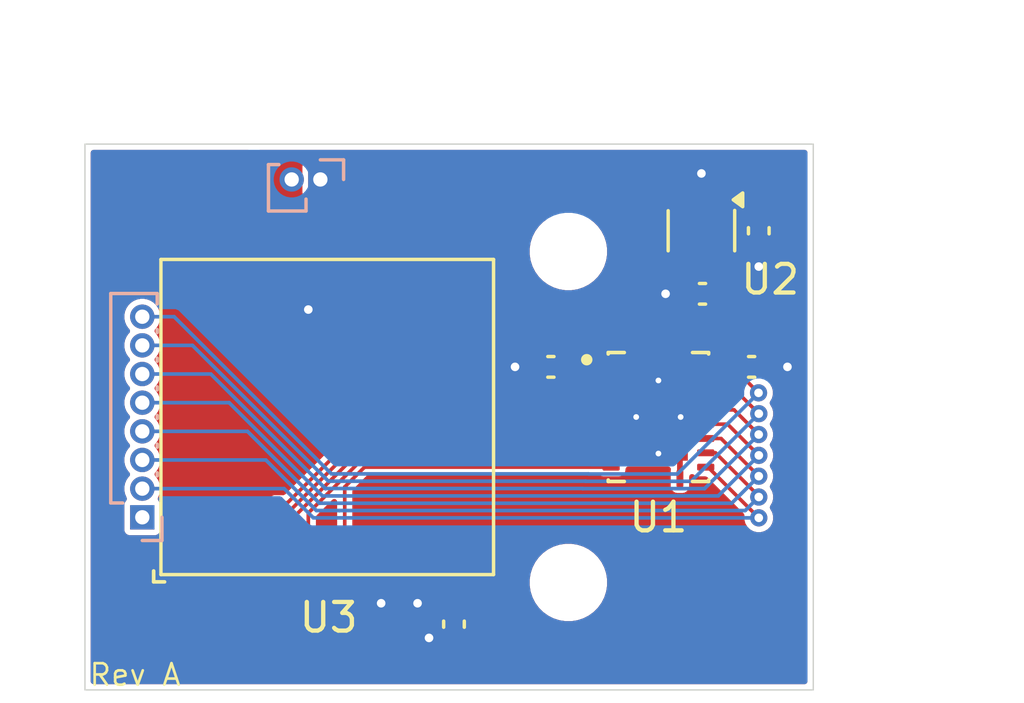
<source format=kicad_pcb>
(kicad_pcb (version 20241229) (generator "pcbnew") (generator_version "9.0")
  (layers (0 "F.Cu" signal) (2 "B.Cu" signal) (13 "F.Paste" user) (15 "B.Paste" user) (5 "F.SilkS" user "F.Silkscreen") (7 "B.SilkS" user "B.Silkscreen") (1 "F.Mask" user) (3 "B.Mask" user) (25 "Edge.Cuts" user))
  (net 0 "")
  (net 1 "GND")
  (net 2 "+5V")
  (net 3 "+3V3")
  (net 4 "/MCU_BUSY")
  (net 5 "/MCU_SCK")
  (net 6 "/MCU_MOSI")
  (net 7 "/MCU_RST")
  (net 8 "/MCU_DIO1")
  (net 9 "/MCU_RFSW")
  (net 10 "/MCU_MISO")
  (net 11 "/MOD_MISO")
  (net 12 "/MOD_SCK")
  (net 13 "/MOD_RFSW")
  (net 14 "/MOD_MOSI")
  (net 15 "/MOD_RST")
  (net 16 "/MOD_DIO1")
  (net 17 "/MOD_BUSY")
  (footprint "Capacitor_SMD:C_0402_1005Metric" (layer "F.Cu") (at 168.25 113.5)
    (property "Reference" "C3" (hide yes))
    (property "Value" "100n")
    (fp_line (start -0.107836 -0.36) (end 0.107836 -0.36) (stroke (width 0.12)) (layer "F.SilkS"))
    (fp_line (start -0.107836 0.36) (end 0.107836 0.36) (stroke (width 0.12)) (layer "F.SilkS"))
    (pad "1" smd roundrect (at -0.48 0) (size 0.56 0.62) (layers "F.Cu" "F.Mask" "F.Paste") (net 2 "+5V"))
    (pad "2" smd roundrect (at 0.48 0) (size 0.56 0.62) (layers "F.Cu" "F.Mask" "F.Paste") (net 1 "GND"))
  )
  (footprint "Capacitor_SMD:C_0402_1005Metric" (layer "F.Cu") (at 168.5 108.75 -90)
    (property "Reference" "C1" (hide yes))
    (property "Value" "1u")
    (fp_line (start -0.107836 0.36) (end 0.107836 0.36) (stroke (width 0.12)) (layer "F.SilkS"))
    (fp_line (start -0.107836 -0.36) (end 0.107836 -0.36) (stroke (width 0.12)) (layer "F.SilkS"))
    (pad "1" smd roundrect (at -0.48 0 270) (size 0.56 0.62) (layers "F.Cu" "F.Mask" "F.Paste") (net 2 "+5V"))
    (pad "2" smd roundrect (at 0.48 0 270) (size 0.56 0.62) (layers "F.Cu" "F.Mask" "F.Paste") (net 1 "GND"))
  )
  (footprint "Package_TO_SOT_SMD:SOT-353_SC-70-5" (layer "F.Cu") (at 166.5 108.75 -90)
    (property "Reference" "U2" (at 1.7 -2.4 0) (layer "F.SilkS"))
    (property "Value" "MIC5365-3.3YC5-TR")
    (fp_line (start -0.7 1.16) (end 0.7 1.16) (stroke (width 0.12)) (layer "F.SilkS"))
    (fp_line (start -0.71 -1.16) (end 0.7 -1.16) (stroke (width 0.12)) (layer "F.SilkS"))
    (fp_poly (pts (xy -1.08 -1.11) (xy -1.32 -1.44) (xy -0.84 -1.44) (xy -1.08 -1.11)) (stroke (width 0.12)) (fill yes) (layer "F.SilkS"))
    (pad "1" smd roundrect (at -0.95 -0.65 270) (size 0.65 0.4) (layers "F.Cu" "F.Mask" "F.Paste") (net 2 "+5V"))
    (pad "2" smd roundrect (at -0.95 0 270) (size 0.65 0.4) (layers "F.Cu" "F.Mask" "F.Paste") (net 1 "GND"))
    (pad "3" smd roundrect (at -0.95 0.65 270) (size 0.65 0.4) (layers "F.Cu" "F.Mask" "F.Paste") (net 2 "+5V"))
    (pad "4" smd roundrect (at 0.95 0.65 270) (size 0.65 0.4) (layers "F.Cu" "F.Mask" "F.Paste"))
    (pad "5" smd roundrect (at 0.95 -0.65 270) (size 0.65 0.4) (layers "F.Cu" "F.Mask" "F.Paste") (net 3 "+3V3"))
  )
  (footprint "Capacitor_SMD:C_0402_1005Metric" (layer "F.Cu") (at 161.25 113.5 180)
    (property "Reference" "C4" (hide yes))
    (property "Value" "100n")
    (fp_line (start -0.107836 0.36) (end 0.107836 0.36) (stroke (width 0.12)) (layer "F.SilkS"))
    (fp_line (start -0.107836 -0.36) (end 0.107836 -0.36) (stroke (width 0.12)) (layer "F.SilkS"))
    (pad "1" smd roundrect (at -0.48 0 180) (size 0.56 0.62) (layers "F.Cu" "F.Mask" "F.Paste") (net 3 "+3V3"))
    (pad "2" smd roundrect (at 0.48 0 180) (size 0.56 0.62) (layers "F.Cu" "F.Mask" "F.Paste") (net 1 "GND"))
  )
  (footprint "Capacitor_SMD:C_0402_1005Metric" (layer "F.Cu") (at 157.87 122.48 -90)
    (property "Reference" "C5" (hide yes))
    (property "Value" "100n")
    (fp_line (start -0.107836 0.36) (end 0.107836 0.36) (stroke (width 0.12)) (layer "F.SilkS"))
    (fp_line (start -0.107836 -0.36) (end 0.107836 -0.36) (stroke (width 0.12)) (layer "F.SilkS"))
    (pad "1" smd roundrect (at -0.48 0 270) (size 0.56 0.62) (layers "F.Cu" "F.Mask" "F.Paste") (net 3 "+3V3"))
    (pad "2" smd roundrect (at 0.48 0 270) (size 0.56 0.62) (layers "F.Cu" "F.Mask" "F.Paste") (net 1 "GND"))
  )
  (footprint "Wio-SX1262:Wio-SX1262 PCB Package" (layer "F.Cu") (at 147.65 120.75)
    (property "Reference" "U3" (at 5.85 1.5 0) (layer "F.SilkS"))
    (property "Value" "Wio-SX1262")
    (fp_line (start -0.254 0.254) (end -0.254 -0.127) (stroke (width 0.127)) (layer "F.SilkS"))
    (fp_line (start 0 -11) (end 11.6 -11) (stroke (width 0.12)) (layer "F.SilkS"))
    (fp_line (start 0 0) (end 0 -11) (stroke (width 0.12)) (layer "F.SilkS"))
    (fp_line (start 0.127 0.254) (end -0.254 0.254) (stroke (width 0.127)) (layer "F.SilkS"))
    (fp_line (start 11.6 -11) (end 11.6 0) (stroke (width 0.12)) (layer "F.SilkS"))
    (fp_line (start 11.6 0) (end 0 0) (stroke (width 0.12)) (layer "F.SilkS"))
    (pad "1" smd roundrect (at 1.33 -0.3 90) (size 1.6 0.6) (layers "F.Cu" "F.Mask" "F.Paste") (net 13 "/MOD_RFSW"))
    (pad "2" smd roundrect (at 2.6 -0.3 90) (size 1.6 0.6) (layers "F.Cu" "F.Mask" "F.Paste") (net 11 "/MOD_MISO"))
    (pad "3" smd roundrect (at 3.87 -0.3 90) (size 1.6 0.6) (layers "F.Cu" "F.Mask" "F.Paste") (net 14 "/MOD_MOSI"))
    (pad "4" smd roundrect (at 5.14 -0.3 90) (size 1.6 0.6) (layers "F.Cu" "F.Mask" "F.Paste") (net 12 "/MOD_SCK"))
    (pad "5" smd roundrect (at 6.41 -0.3 90) (size 1.6 0.6) (layers "F.Cu" "F.Mask" "F.Paste") (net 15 "/MOD_RST"))
    (pad "6" smd roundrect (at 7.68 -0.3 90) (size 1.6 0.6) (layers "F.Cu" "F.Mask" "F.Paste") (net 1 "GND"))
    (pad "7" smd roundrect (at 8.95 -0.3 90) (size 1.6 0.6) (layers "F.Cu" "F.Mask" "F.Paste") (net 1 "GND"))
    (pad "8" smd roundrect (at 10.22 -0.3 90) (size 1.6 0.6) (layers "F.Cu" "F.Mask" "F.Paste") (net 3 "+3V3"))
    (pad "9" smd roundrect (at 6.41 -10.7 90) (size 1.6 0.6) (layers "F.Cu" "F.Mask" "F.Paste"))
    (pad "10" smd roundrect (at 5.14 -10.7 90) (size 1.6 0.6) (layers "F.Cu" "F.Mask" "F.Paste") (net 1 "GND"))
    (pad "11" smd roundrect (at 3.87 -10.7 90) (size 1.6 0.6) (layers "F.Cu" "F.Mask" "F.Paste") (net 17 "/MOD_BUSY"))
    (pad "12" smd roundrect (at 2.6 -10.7 90) (size 1.6 0.6) (layers "F.Cu" "F.Mask" "F.Paste") (net 16 "/MOD_DIO1"))
  )
  (footprint "MountingHole:MountingHole_2.2mm_M2" (layer "F.Cu") (at 161.86 121.025)
    (property "Reference" "REF**" (hide yes))
    (property "Value" "MountingHole_2.2mm_M2")
    (pad "" np_thru_hole circle (at 0 0) (size 2.2 2.2) (drill 2.2) (layers "*.Cu" "*.Mask"))
  )
  (footprint "MountingHole:MountingHole_2.2mm_M2" (layer "F.Cu") (at 161.86 109.475)
    (property "Reference" "REF**" (hide yes))
    (property "Value" "MountingHole_2.2mm_M2")
    (pad "" np_thru_hole circle (at 0 0) (size 2.2 2.2) (drill 2.2) (layers "*.Cu" "*.Mask"))
  )
  (footprint "Capacitor_SMD:C_0402_1005Metric" (layer "F.Cu") (at 166.5375 110.95 180)
    (property "Reference" "C2" (hide yes))
    (property "Value" "1u")
    (fp_line (start -0.107836 0.36) (end 0.107836 0.36) (stroke (width 0.12)) (layer "F.SilkS"))
    (fp_line (start -0.107836 -0.36) (end 0.107836 -0.36) (stroke (width 0.12)) (layer "F.SilkS"))
    (pad "1" smd roundrect (at -0.48 0 180) (size 0.56 0.62) (layers "F.Cu" "F.Mask" "F.Paste") (net 3 "+3V3"))
    (pad "2" smd roundrect (at 0.48 0 180) (size 0.56 0.62) (layers "F.Cu" "F.Mask" "F.Paste") (net 1 "GND"))
  )
  (footprint "TXS0108ERGYR:IC_TXS0108ERGYR" (layer "F.Cu") (at 165 115.25)
    (property "Reference" "U1" (at 0 3.5 0) (layer "F.SilkS"))
    (property "Value" "TXS0108ERGYR")
    (fp_line (start -1.75 -2.25) (end -1.75 -2.2) (stroke (width 0.127)) (layer "F.SilkS"))
    (fp_line (start -1.75 -2.25) (end -1.19 -2.25) (stroke (width 0.127)) (layer "F.SilkS"))
    (fp_line (start -1.75 2.25) (end -1.75 2.2) (stroke (width 0.127)) (layer "F.SilkS"))
    (fp_line (start -1.75 2.25) (end -1.19 2.25) (stroke (width 0.127)) (layer "F.SilkS"))
    (fp_line (start 1.75 -2.25) (end 1.19 -2.25) (stroke (width 0.127)) (layer "F.SilkS"))
    (fp_line (start 1.75 -2.25) (end 1.75 -2.2) (stroke (width 0.127)) (layer "F.SilkS"))
    (fp_line (start 1.75 2.25) (end 1.19 2.25) (stroke (width 0.127)) (layer "F.SilkS"))
    (fp_line (start 1.75 2.25) (end 1.75 2.2) (stroke (width 0.127)) (layer "F.SilkS"))
    (fp_circle (center -2.5 -2) (end -2.4 -2) (stroke (width 0.2)) (fill no) (layer "F.SilkS"))
    (pad "1" smd roundrect (at -0.75 -2.15) (size 0.24 0.6) (layers "F.Cu" "F.Mask" "F.Paste") (roundrect_rratio 0.2))
    (pad "2" smd roundrect (at -1.65 -1.75) (size 0.6 0.24) (layers "F.Cu" "F.Mask" "F.Paste") (roundrect_rratio 0.2) (net 3 "+3V3"))
    (pad "3" smd roundrect (at -1.65 -1.25) (size 0.6 0.24) (layers "F.Cu" "F.Mask" "F.Paste") (roundrect_rratio 0.2) (net 17 "/MOD_BUSY"))
    (pad "4" smd roundrect (at -1.65 -0.75) (size 0.6 0.24) (layers "F.Cu" "F.Mask" "F.Paste") (roundrect_rratio 0.2) (net 16 "/MOD_DIO1"))
    (pad "5" smd roundrect (at -1.65 -0.25) (size 0.6 0.24) (layers "F.Cu" "F.Mask" "F.Paste") (roundrect_rratio 0.2) (net 13 "/MOD_RFSW"))
    (pad "6" smd roundrect (at -1.65 0.25) (size 0.6 0.24) (layers "F.Cu" "F.Mask" "F.Paste") (roundrect_rratio 0.2) (net 11 "/MOD_MISO"))
    (pad "7" smd roundrect (at -1.65 0.75) (size 0.6 0.24) (layers "F.Cu" "F.Mask" "F.Paste") (roundrect_rratio 0.2) (net 14 "/MOD_MOSI"))
    (pad "8" smd roundrect (at -1.65 1.25) (size 0.6 0.24) (layers "F.Cu" "F.Mask" "F.Paste") (roundrect_rratio 0.2) (net 12 "/MOD_SCK"))
    (pad "9" smd roundrect (at -1.65 1.75) (size 0.6 0.24) (layers "F.Cu" "F.Mask" "F.Paste") (roundrect_rratio 0.2) (net 15 "/MOD_RST"))
    (pad "10" smd roundrect (at -0.75 2.15) (size 0.24 0.6) (layers "F.Cu" "F.Mask" "F.Paste") (roundrect_rratio 0.2) (net 3 "+3V3"))
    (pad "11" smd roundrect (at 0.75 2.15) (size 0.24 0.6) (layers "F.Cu" "F.Mask" "F.Paste") (roundrect_rratio 0.2) (net 1 "GND"))
    (pad "12" smd roundrect (at 1.65 1.75) (size 0.6 0.24) (layers "F.Cu" "F.Mask" "F.Paste") (roundrect_rratio 0.2) (net 7 "/MCU_RST"))
    (pad "13" smd roundrect (at 1.65 1.25) (size 0.6 0.24) (layers "F.Cu" "F.Mask" "F.Paste") (roundrect_rratio 0.2) (net 5 "/MCU_SCK"))
    (pad "14" smd roundrect (at 1.65 0.75) (size 0.6 0.24) (layers "F.Cu" "F.Mask" "F.Paste") (roundrect_rratio 0.2) (net 10 "/MCU_MISO"))
    (pad "15" smd roundrect (at 1.65 0.25) (size 0.6 0.24) (layers "F.Cu" "F.Mask" "F.Paste") (roundrect_rratio 0.2) (net 6 "/MCU_MOSI"))
    (pad "16" smd roundrect (at 1.65 -0.25) (size 0.6 0.24) (layers "F.Cu" "F.Mask" "F.Paste") (roundrect_rratio 0.2) (net 9 "/MCU_RFSW"))
    (pad "17" smd roundrect (at 1.65 -0.75) (size 0.6 0.24) (layers "F.Cu" "F.Mask" "F.Paste") (roundrect_rratio 0.2) (net 8 "/MCU_DIO1"))
    (pad "18" smd roundrect (at 1.65 -1.25) (size 0.6 0.24) (layers "F.Cu" "F.Mask" "F.Paste") (roundrect_rratio 0.2) (net 4 "/MCU_BUSY"))
    (pad "19" smd roundrect (at 1.65 -1.75) (size 0.6 0.24) (layers "F.Cu" "F.Mask" "F.Paste") (roundrect_rratio 0.2) (net 2 "+5V"))
    (pad "20" smd roundrect (at 0.75 -2.15) (size 0.24 0.6) (layers "F.Cu" "F.Mask" "F.Paste") (roundrect_rratio 0.2))
    (pad "21" smd rect (at 0 0) (size 2.05 3.05) (layers "F.Cu" "F.Mask") (net 1 "GND"))
    (pad "22" thru_hole circle (at 0 -1.275) (size 0.3 0.3) (drill 0.2) (layers "*.Cu") (net 1 "GND"))
    (pad "23" thru_hole circle (at -0.775 0) (size 0.3 0.3) (drill 0.2) (layers "*.Cu") (net 1 "GND"))
    (pad "24" thru_hole circle (at 0.775 0) (size 0.3 0.3) (drill 0.2) (layers "*.Cu") (net 1 "GND"))
    (pad "25" thru_hole circle (at 0 1.275) (size 0.3 0.3) (drill 0.2) (layers "*.Cu") (net 1 "GND"))
  )
  (footprint "Connector_PinSocket_1.00mm:PinSocket_1x02_P1.00mm_Vertical" (layer "B.Cu") (at 153.21 106.96 90)
    (property "Reference" "J1" (hide yes))
    (property "Value" "Conn_01x02")
    (fp_line (start -1.1 -1.81) (end 0.52 -1.81) (stroke (width 0.12)) (layer "B.SilkS"))
    (fp_line (start 0.52 -1.445898) (end 0.52 -1.81) (stroke (width 0.12)) (layer "B.SilkS"))
    (fp_line (start -1.1 -0.5) (end -1.1 -1.81) (stroke (width 0.12)) (layer "B.SilkS"))
    (fp_line (start -1.1 -0.5) (end -0.685 -0.5) (stroke (width 0.12)) (layer "B.SilkS"))
    (fp_line (start 0.685 0.81) (end 0.685 0) (stroke (width 0.12)) (layer "B.SilkS"))
    (fp_line (start 0 0.81) (end 0.685 0.81) (stroke (width 0.12)) (layer "B.SilkS"))
    (pad "1" thru_hole rect (at 0 0 90) (size 0.85 0.85) (drill 0.5) (layers "*.Cu" "*.Mask") (net 1 "GND"))
    (pad "2" thru_hole circle (at 0 -1 90) (size 0.85 0.85) (drill 0.5) (layers "*.Cu" "*.Mask") (net 2 "+5V"))
  )
  (footprint "Connector_PinSocket_1.00mm:PinSocket_1x08_P1.00mm_Vertical" (layer "B.Cu") (at 147 118.75)
    (property "Reference" "J2" (hide yes))
    (property "Value" "Conn_01x08")
    (fp_line (start -1.1 -7.81) (end 0.52 -7.81) (stroke (width 0.12)) (layer "B.SilkS"))
    (fp_line (start -1.1 -0.5) (end -1.1 -7.81) (stroke (width 0.12)) (layer "B.SilkS"))
    (fp_line (start -1.1 -0.5) (end -0.685 -0.5) (stroke (width 0.12)) (layer "B.SilkS"))
    (fp_line (start 0 0.81) (end 0.685 0.81) (stroke (width 0.12)) (layer "B.SilkS"))
    (fp_line (start 0.52 -7.445898) (end 0.52 -7.81) (stroke (width 0.12)) (layer "B.SilkS"))
    (fp_line (start 0.52 -6.445898) (end 0.52 -6.554102) (stroke (width 0.12)) (layer "B.SilkS"))
    (fp_line (start 0.52 -5.445898) (end 0.52 -5.554102) (stroke (width 0.12)) (layer "B.SilkS"))
    (fp_line (start 0.52 -4.445898) (end 0.52 -4.554102) (stroke (width 0.12)) (layer "B.SilkS"))
    (fp_line (start 0.52 -3.445898) (end 0.52 -3.554102) (stroke (width 0.12)) (layer "B.SilkS"))
    (fp_line (start 0.52 -2.445898) (end 0.52 -2.554102) (stroke (width 0.12)) (layer "B.SilkS"))
    (fp_line (start 0.52 -1.445898) (end 0.52 -1.554102) (stroke (width 0.12)) (layer "B.SilkS"))
    (fp_line (start 0.685 0.81) (end 0.685 0) (stroke (width 0.12)) (layer "B.SilkS"))
    (pad "1" thru_hole rect (at 0 0) (size 0.85 0.85) (drill 0.5) (layers "*.Cu" "*.Mask"))
    (pad "2" thru_hole circle (at 0 -1) (size 0.85 0.85) (drill 0.5) (layers "*.Cu" "*.Mask") (net 7 "/MCU_RST"))
    (pad "3" thru_hole circle (at 0 -2) (size 0.85 0.85) (drill 0.5) (layers "*.Cu" "*.Mask") (net 5 "/MCU_SCK"))
    (pad "4" thru_hole circle (at 0 -3) (size 0.85 0.85) (drill 0.5) (layers "*.Cu" "*.Mask") (net 10 "/MCU_MISO"))
    (pad "5" thru_hole circle (at 0 -4) (size 0.85 0.85) (drill 0.5) (layers "*.Cu" "*.Mask") (net 6 "/MCU_MOSI"))
    (pad "6" thru_hole circle (at 0 -5) (size 0.85 0.85) (drill 0.5) (layers "*.Cu" "*.Mask") (net 9 "/MCU_RFSW"))
    (pad "7" thru_hole circle (at 0 -6) (size 0.85 0.85) (drill 0.5) (layers "*.Cu" "*.Mask") (net 8 "/MCU_DIO1"))
    (pad "8" thru_hole circle (at 0 -7) (size 0.85 0.85) (drill 0.5) (layers "*.Cu" "*.Mask") (net 4 "/MCU_BUSY"))
  )
  (gr_rect (start 145 105.725) (end 170.4 124.775) (stroke (width 0.05)) (fill no) (layer "Edge.Cuts"))
  (gr_text "Rev A" (at 146.75 124.25 0) (layer "F.SilkS") (effects (font (size 0.75 0.75) (thickness 0.09375))))
  (segment (start 157 122.96) (end 157.87 122.96) (width 0.2) (layer "F.Cu") (net 1))
  (segment (start 165.25 110.95) (end 166.0575 110.95) (width 0.2) (layer "F.Cu") (net 1))
  (segment (start 155.33 121.75) (end 155.33 120.45) (width 0.2) (layer "F.Cu") (net 1))
  (segment (start 166.5 106.75) (end 166.5 107.8) (width 0.2) (layer "F.Cu") (net 1))
  (segment (start 160 113.5) (end 160.77 113.5) (width 0.2) (layer "F.Cu") (net 1))
  (segment (start 165.75 116) (end 165 115.25) (width 0.127) (layer "F.Cu") (net 1))
  (segment (start 152.79 111.5) (end 152.79 110.05) (width 0.2) (layer "F.Cu") (net 1))
  (segment (start 169.5 113.5) (end 168.73 113.5) (width 0.2) (layer "F.Cu") (net 1))
  (segment (start 165.75 117.4) (end 165.75 116) (width 0.2) (layer "F.Cu") (net 1))
  (segment (start 168.5 110) (end 168.5 109.23) (width 0.2) (layer "F.Cu") (net 1))
  (segment (start 156.6 121.75) (end 156.6 120.45) (width 0.2) (layer "F.Cu") (net 1))
  (via (at 168.5 110) (size 0.6) (drill 0.3) (layers "F.Cu" "B.Cu") (net 1))
  (via (at 160 113.5) (size 0.6) (drill 0.3) (layers "F.Cu" "B.Cu") (net 1))
  (via (at 157 122.96) (size 0.6) (drill 0.3) (layers "F.Cu" "B.Cu") (net 1))
  (via (at 166.5 106.75) (size 0.6) (drill 0.3) (layers "F.Cu" "B.Cu") (net 1))
  (via (at 155.33 121.75) (size 0.6) (drill 0.3) (layers "F.Cu" "B.Cu") (net 1))
  (via (at 152.79 111.5) (size 0.6) (drill 0.3) (layers "F.Cu" "B.Cu") (net 1))
  (via (at 165.25 110.95) (size 0.6) (drill 0.3) (layers "F.Cu" "B.Cu") (net 1))
  (via (at 169.5 113.5) (size 0.6) (drill 0.3) (layers "F.Cu" "B.Cu") (net 1))
  (via (at 156.6 121.75) (size 0.6) (drill 0.3) (layers "F.Cu" "B.Cu") (net 1))
  (segment (start 168.084051 114) (end 166.65 114) (width 0.127) (layer "F.Cu") (net 4))
  (segment (start 168.491433 114.407382) (end 168.084051 114) (width 0.127) (layer "F.Cu") (net 4))
  (via (at 168.491433 114.407382) (size 0.6) (drill 0.3) (layers "F.Cu" "B.Cu") (net 4))
  (segment (start 162.566873 117.235001) (end 153.595625 117.235001) (width 0.127) (layer "B.Cu") (net 4))
  (segment (start 165.659516 117.239299) (end 162.571171 117.239299) (width 0.127) (layer "B.Cu") (net 4))
  (segment (start 162.571171 117.239299) (end 162.566873 117.235001) (width 0.127) (layer "B.Cu") (net 4))
  (segment (start 168.491433 114.407382) (end 165.659516 117.239299) (width 0.127) (layer "B.Cu") (net 4))
  (segment (start 153.595625 117.235001) (end 148.110624 111.75) (width 0.127) (layer "B.Cu") (net 4))
  (segment (start 148.110624 111.75) (end 147 111.75) (width 0.127) (layer "B.Cu") (net 4))
  (segment (start 168.500238 118.042297) (end 168.500054 118.042113) (width 0.127) (layer "F.Cu") (net 5))
  (segment (start 166.989538 116.5) (end 166.65 116.5) (width 0.127) (layer "F.Cu") (net 5))
  (segment (start 168.500054 118.042113) (end 168.500054 118.010516) (width 0.127) (layer "F.Cu") (net 5))
  (segment (start 168.500054 118.010516) (end 166.989538 116.5) (width 0.127) (layer "F.Cu") (net 5))
  (via (at 168.500238 118.042297) (size 0.6) (drill 0.3) (layers "F.Cu" "B.Cu") (net 5))
  (segment (start 153.874923 118.514299) (end 153.87492 118.514296) (width 0.127) (layer "B.Cu") (net 5))
  (segment (start 151.307504 116.75) (end 147 116.75) (width 0.127) (layer "B.Cu") (net 5))
  (segment (start 153.87492 118.514296) (end 153.0718 118.514296) (width 0.127) (layer "B.Cu") (net 5))
  (segment (start 168.500238 118.042297) (end 168.028236 118.514299) (width 0.127) (layer "B.Cu") (net 5))
  (segment (start 168.028236 118.514299) (end 153.874923 118.514299) (width 0.127) (layer "B.Cu") (net 5))
  (segment (start 153.0718 118.514296) (end 151.307504 116.75) (width 0.127) (layer "B.Cu") (net 5))
  (segment (start 167.413373 115.5) (end 166.65 115.5) (width 0.127) (layer "F.Cu") (net 6))
  (segment (start 168.501668 116.588295) (end 167.413373 115.5) (width 0.127) (layer "F.Cu") (net 6))
  (via (at 168.501668 116.588295) (size 0.6) (drill 0.3) (layers "F.Cu" "B.Cu") (net 6))
  (segment (start 153.283049 118.004297) (end 154 118.004299) (width 0.127) (layer "B.Cu") (net 6))
  (segment (start 150.028752 114.75) (end 153.283049 118.004297) (width 0.127) (layer "B.Cu") (net 6))
  (segment (start 147 114.75) (end 150.028752 114.75) (width 0.127) (layer "B.Cu") (net 6))
  (segment (start 167.085664 118.004299) (end 168.501668 116.588295) (width 0.127) (layer "B.Cu") (net 6))
  (segment (start 154 118.004299) (end 167.085664 118.004299) (width 0.127) (layer "B.Cu") (net 6))
  (segment (start 168.49986 118.769299) (end 166.730561 117) (width 0.127) (layer "F.Cu") (net 7))
  (segment (start 166.730561 117) (end 166.65 117) (width 0.127) (layer "F.Cu") (net 7))
  (via (at 168.49986 118.769299) (size 0.6) (drill 0.3) (layers "F.Cu" "B.Cu") (net 7))
  (segment (start 151.94688 117.75) (end 152.966176 118.769296) (width 0.127) (layer "B.Cu") (net 7))
  (segment (start 153.769299 118.769299) (end 168.49986 118.769299) (width 0.127) (layer "B.Cu") (net 7))
  (segment (start 153.769296 118.769296) (end 153.769299 118.769299) (width 0.127) (layer "B.Cu") (net 7))
  (segment (start 147 117.75) (end 151.94688 117.75) (width 0.127) (layer "B.Cu") (net 7))
  (segment (start 152.966176 118.769296) (end 153.769296 118.769296) (width 0.127) (layer "B.Cu") (net 7))
  (segment (start 168.501941 115.134308) (end 167.867633 114.5) (width 0.127) (layer "F.Cu") (net 8))
  (segment (start 167.867633 114.5) (end 166.65 114.5) (width 0.127) (layer "F.Cu") (net 8))
  (via (at 168.501941 115.134308) (size 0.6) (drill 0.3) (layers "F.Cu" "B.Cu") (net 8))
  (segment (start 168.501941 115.134308) (end 166.14195 117.494299) (width 0.127) (layer "B.Cu") (net 8))
  (segment (start 166.14195 117.494299) (end 162.465547 117.494299) (width 0.127) (layer "B.Cu") (net 8))
  (segment (start 162.461249 117.490001) (end 153.49 117.49) (width 0.127) (layer "B.Cu") (net 8))
  (segment (start 153.49 117.49) (end 148.75 112.75) (width 0.127) (layer "B.Cu") (net 8))
  (segment (start 162.465547 117.494299) (end 162.461249 117.490001) (width 0.127) (layer "B.Cu") (net 8))
  (segment (start 148.75 112.75) (end 147 112.75) (width 0.127) (layer "B.Cu") (net 8))
  (segment (start 167.636782 115) (end 166.65 115) (width 0.127) (layer "F.Cu") (net 9))
  (segment (start 168.498083 115.861301) (end 167.636782 115) (width 0.127) (layer "F.Cu") (net 9))
  (via (at 168.498083 115.861301) (size 0.6) (drill 0.3) (layers "F.Cu" "B.Cu") (net 9))
  (segment (start 153.388677 117.749297) (end 153.388673 117.749297) (width 0.127) (layer "B.Cu") (net 9))
  (segment (start 166.610085 117.749299) (end 162.359923 117.749299) (width 0.127) (layer "B.Cu") (net 9))
  (segment (start 153.392973 117.745001) (end 153.388677 117.749297) (width 0.127) (layer "B.Cu") (net 9))
  (segment (start 162.359923 117.749299) (end 162.355625 117.745001) (width 0.127) (layer "B.Cu") (net 9))
  (segment (start 162.355625 117.745001) (end 153.392973 117.745001) (width 0.127) (layer "B.Cu") (net 9))
  (segment (start 149.389376 113.75) (end 147 113.75) (width 0.127) (layer "B.Cu") (net 9))
  (segment (start 153.388673 117.749297) (end 149.389376 113.75) (width 0.127) (layer "B.Cu") (net 9))
  (segment (start 168.498083 115.861301) (end 166.610085 117.749299) (width 0.127) (layer "B.Cu") (net 9))
  (segment (start 168.499838 117.315214) (end 167.184624 116) (width 0.127) (layer "F.Cu") (net 10))
  (segment (start 167.184624 116) (end 166.65 116) (width 0.127) (layer "F.Cu") (net 10))
  (segment (start 168.499919 117.315295) (end 168.5 117.315214) (width 0.127) (layer "F.Cu") (net 10))
  (segment (start 168.5 117.315214) (end 168.499838 117.315214) (width 0.127) (layer "F.Cu") (net 10))
  (via (at 168.499919 117.315295) (size 0.6) (drill 0.3) (layers "F.Cu" "B.Cu") (net 10))
  (segment (start 153.177425 118.259297) (end 153.75 118.259297) (width 0.127) (layer "B.Cu") (net 10))
  (segment (start 153.75 118.259297) (end 153.750002 118.259299) (width 0.127) (layer "B.Cu") (net 10))
  (segment (start 167.555915 118.259299) (end 168.499919 117.315295) (width 0.127) (layer "B.Cu") (net 10))
  (segment (start 150.668128 115.75) (end 153.177425 118.259297) (width 0.127) (layer "B.Cu") (net 10))
  (segment (start 153.750002 118.259299) (end 167.555915 118.259299) (width 0.127) (layer "B.Cu") (net 10))
  (segment (start 147 115.75) (end 150.668128 115.75) (width 0.127) (layer "B.Cu") (net 10))
  (segment (start 162.015 116.235) (end 160.388047 116.235) (width 0.127) (layer "F.Cu") (net 11))
  (segment (start 150.25 120) (end 150.25 120.45) (width 0.127) (layer "F.Cu") (net 11))
  (segment (start 160.388045 116.235002) (end 154.433125 116.235003) (width 0.127) (layer "F.Cu") (net 11))
  (segment (start 162.75 115.5) (end 162.015 116.235) (width 0.127) (layer "F.Cu") (net 11))
  (segment (start 163.35 115.5) (end 162.75 115.5) (width 0.127) (layer "F.Cu") (net 11))
  (segment (start 152.168128 118.5) (end 151.75 118.5) (width 0.127) (layer "F.Cu") (net 11))
  (segment (start 151.75 118.5) (end 150.25 120) (width 0.127) (layer "F.Cu") (net 11))
  (segment (start 154.433125 116.235003) (end 152.168128 118.5) (width 0.127) (layer "F.Cu") (net 11))
  (segment (start 160.388047 116.235) (end 160.388045 116.235002) (width 0.127) (layer "F.Cu") (net 11))
  (segment (start 162.495 116.5) (end 162.25 116.745) (width 0.127) (layer "F.Cu") (net 12))
  (segment (start 152.79 118.599376) (end 152.79 120.45) (width 0.127) (layer "F.Cu") (net 12))
  (segment (start 163.35 116.5) (end 162.495 116.5) (width 0.127) (layer "F.Cu") (net 12))
  (segment (start 162.25 116.745) (end 154.644375 116.745001) (width 0.127) (layer "F.Cu") (net 12))
  (segment (start 154.644375 116.745001) (end 152.79 118.599376) (width 0.127) (layer "F.Cu") (net 12))
  (segment (start 151.644375 118.245001) (end 152.062504 118.245) (width 0.127) (layer "F.Cu") (net 13))
  (segment (start 148.98 120.45) (end 148.98 120.02) (width 0.127) (layer "F.Cu") (net 13))
  (segment (start 149.75 119.25) (end 150.639376 119.25) (width 0.127) (layer "F.Cu") (net 13))
  (segment (start 162.889376 115) (end 163.35 115) (width 0.127) (layer "F.Cu") (net 13))
  (segment (start 148.98 120.02) (end 149.75 119.25) (width 0.127) (layer "F.Cu") (net 13))
  (segment (start 161.909376 115.98) (end 162.889376 115) (width 0.127) (layer "F.Cu") (net 13))
  (segment (start 152.062504 118.245) (end 154.3275 115.980004) (width 0.127) (layer "F.Cu") (net 13))
  (segment (start 150.639376 119.25) (end 151.644375 118.245001) (width 0.127) (layer "F.Cu") (net 13))
  (segment (start 160.493669 115.980002) (end 161.909376 115.98) (width 0.127) (layer "F.Cu") (net 13))
  (segment (start 154.3275 115.980004) (end 160.493669 115.980002) (width 0.127) (layer "F.Cu") (net 13))
  (segment (start 162.144376 116.49) (end 154.53875 116.490002) (width 0.127) (layer "F.Cu") (net 14))
  (segment (start 162.634376 116) (end 162.144376 116.49) (width 0.127) (layer "F.Cu") (net 14))
  (segment (start 154.53875 116.490002) (end 151.52 119.508752) (width 0.127) (layer "F.Cu") (net 14))
  (segment (start 163.35 116) (end 162.634376 116) (width 0.127) (layer "F.Cu") (net 14))
  (segment (start 151.52 119.508752) (end 151.52 120.45) (width 0.127) (layer "F.Cu") (net 14))
  (segment (start 163.35 117) (end 154.75 117) (width 0.127) (layer "F.Cu") (net 15))
  (segment (start 154.06 117.69) (end 154.06 120.45) (width 0.127) (layer "F.Cu") (net 15))
  (segment (start 154.75 117) (end 154.06 117.69) (width 0.127) (layer "F.Cu") (net 15))
  (segment (start 159.75 114.2565) (end 159.7515 114.255) (width 0.127) (layer "F.Cu") (net 16))
  (segment (start 159.7515 114.255) (end 162 114.255) (width 0.127) (layer "F.Cu") (net 16))
  (segment (start 162 114.255) (end 162.245 114.5) (width 0.127) (layer "F.Cu") (net 16))
  (segment (start 152.395876 114.2565) (end 159.75 114.2565) (width 0.127) (layer "F.Cu") (net 16))
  (segment (start 150.25 112.110624) (end 152.395876 114.2565) (width 0.127) (layer "F.Cu") (net 16))
  (segment (start 162.245 114.5) (end 163.35 114.5) (width 0.127) (layer "F.Cu") (net 16))
  (segment (start 150.25 110.05) (end 150.25 112.110624) (width 0.127) (layer "F.Cu") (net 16))
  (segment (start 160.5 114.0015) (end 152.5015 114.0015) (width 0.127) (layer "F.Cu") (net 17))
  (segment (start 160.5015 114) (end 160.5 114.0015) (width 0.127) (layer "F.Cu") (net 17))
  (segment (start 151.52 113.02) (end 151.52 110.05) (width 0.127) (layer "F.Cu") (net 17))
  (segment (start 163.35 114) (end 160.5015 114) (width 0.127) (layer "F.Cu") (net 17))
  (segment (start 152.5015 114.0015) (end 151.52 113.02) (width 0.127) (layer "F.Cu") (net 17))
  (zone (net 2) (net_name "+5V") (layer "F.Cu") (priority 2) (connect_pads yes (clearance 0.2)) (min_thickness 0.2) (fill yes (thermal_gap 0.5) (thermal_bridge_width 0.5))
    (polygon (pts (xy 151 105) (xy 151 108) (xy 165.25 108) (xy 165.25 108.75) (xy 169.25 108.75) (xy 169.25 112.5) (xy 166.25 112.5) (xy 166.25 114) (xy 171 114) (xy 171 105)))
  )
  (zone (net 3) (net_name "+3V3") (layer "F.Cu") (connect_pads yes (clearance 0.2)) (min_thickness 0.2) (fill yes (thermal_gap 0.5) (thermal_bridge_width 0.5))
    (polygon (pts (xy 144.75 105.5) (xy 170.5 105.5) (xy 170.5 125) (xy 144.75 125)))
  )
  (zone (net 1) (net_name "GND") (layer "B.Cu") (priority 1) (connect_pads yes (clearance 0.2)) (min_thickness 0.2) (fill yes (thermal_gap 0.5) (thermal_bridge_width 0.5))
    (polygon (pts (xy 144.5 105.25) (xy 170.75 105.25) (xy 170.75 125.25) (xy 144.5 125.25)))
  )
)
</source>
